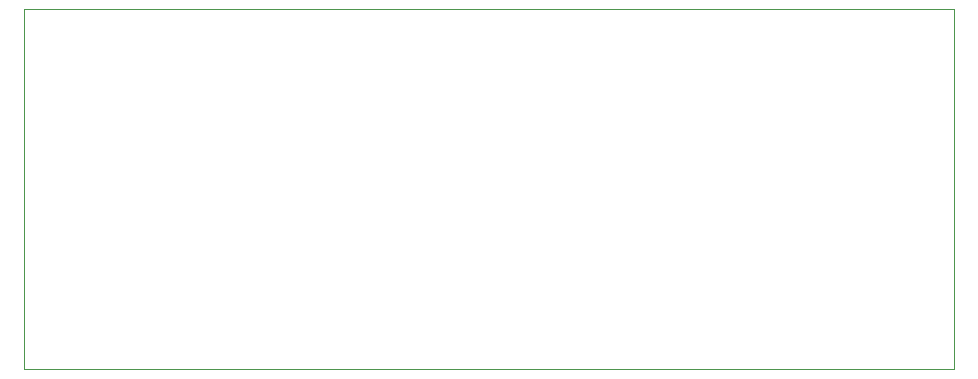
<source format=gm1>
%TF.GenerationSoftware,KiCad,Pcbnew,(6.0.1)*%
%TF.CreationDate,2022-12-28T21:20:28+01:00*%
%TF.ProjectId,nixie_power_supply,6e697869-655f-4706-9f77-65725f737570,rev?*%
%TF.SameCoordinates,Original*%
%TF.FileFunction,Profile,NP*%
%FSLAX46Y46*%
G04 Gerber Fmt 4.6, Leading zero omitted, Abs format (unit mm)*
G04 Created by KiCad (PCBNEW (6.0.1)) date 2022-12-28 21:20:28*
%MOMM*%
%LPD*%
G01*
G04 APERTURE LIST*
%TA.AperFunction,Profile*%
%ADD10C,0.100000*%
%TD*%
G04 APERTURE END LIST*
D10*
X86360000Y-60960000D02*
X165100000Y-60960000D01*
X165100000Y-60960000D02*
X165100000Y-91440000D01*
X165100000Y-91440000D02*
X86360000Y-91440000D01*
X86360000Y-91440000D02*
X86360000Y-60960000D01*
M02*

</source>
